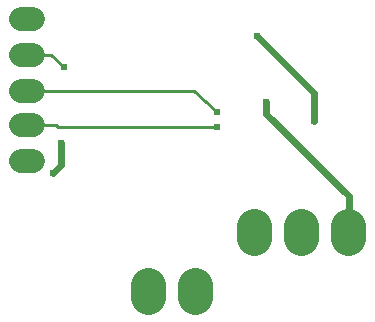
<source format=gbl>
G04 Layer: BottomLayer*
G04 EasyEDA v6.3.53, 2020-06-26T16:53:54--4:00*
G04 395d111042f2402990e7a52cfaf045f1,10*
G04 Gerber Generator version 0.2*
G04 Scale: 100 percent, Rotated: No, Reflected: No *
G04 Dimensions in millimeters *
G04 leading zeros omitted , absolute positions ,3 integer and 3 decimal *
%FSLAX33Y33*%
%MOMM*%
G90*
G71D02*

%ADD10C,0.254000*%
%ADD11C,0.599999*%
%ADD12C,0.610006*%
%ADD13C,0.609600*%
%ADD21C,1.999996*%
%ADD22C,2.999994*%

%LPD*%
G54D11*
G01X26797Y16807D02*
G01X26797Y19203D01*
G01X22000Y24000D01*
G01X22716Y18474D02*
G01X22716Y17474D01*
G01X29716Y10474D01*
G01X29715Y7474D01*
G54D10*
G01X18595Y17608D02*
G01X16639Y19386D01*
G01X2466Y19386D01*
G01X5588Y21379D02*
G01X4533Y22434D01*
G01X2466Y22434D01*
G01X18595Y16338D02*
G01X18555Y16299D01*
G01X5120Y16299D01*
G01X4954Y16465D01*
G01X2466Y16465D01*
G54D11*
G01X5387Y14941D02*
G01X5387Y13146D01*
G01X4716Y12475D01*
G54D12*
G01X18595Y17608D03*
G54D13*
G01X5588Y21379D03*
G01X18595Y16338D03*
G01X22715Y18474D03*
G01X26797Y16807D03*
G01X21999Y24000D03*
G01X4716Y12475D03*
G01X5387Y14941D03*
G54D21*
G01X1966Y25482D02*
G01X2966Y25482D01*
G01X1966Y22434D02*
G01X2966Y22434D01*
G01X1966Y19386D02*
G01X2966Y19386D01*
G01X1966Y16465D02*
G01X2966Y16465D01*
G01X1966Y13417D02*
G01X2966Y13417D01*
G54D22*
G01X12716Y2974D02*
G01X12716Y1974D01*
G01X16715Y2974D02*
G01X16715Y1974D01*
G01X29715Y7974D02*
G01X29715Y6974D01*
G01X25715Y7974D02*
G01X25715Y6974D01*
G01X21715Y7974D02*
G01X21715Y6974D01*
M00*
M02*

</source>
